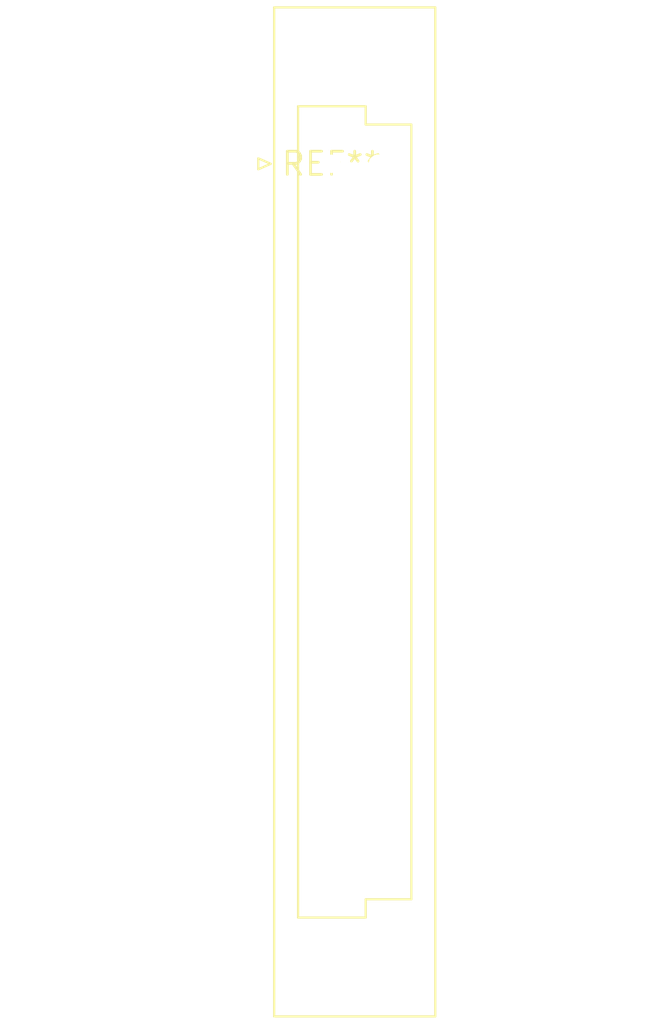
<source format=kicad_pcb>
(kicad_pcb (version 20240108) (generator pcbnew)
  (layers (0 "F.Cu" signal) (31 "B.Cu" signal) (34 "B.Paste" user) (35 "F.Paste" user) (36 "B.SilkS" user "B.Silkscreen") (37 "F.SilkS" user "F.Silkscreen") (38 "B.Mask" user) (39 "F.Mask" user) (44 "Edge.Cuts" user))
  (net 0 "")
  (footprint "DIN41612_Q2_2x16_Male_Vertical_THT" (layer "F.Cu") (at 0 0)
    (property "Reference" "REF**")
    (property "Value" "DIN41612_Q2_2x16_Male_Vertical_THT")
    (fp_line (start -4.01 -0.3) (end -4.01 0.3) (layer "F.SilkS") (stroke (width 0.12)))
    (fp_line (start -4.01 0.3) (end -3.33 0) (layer "F.SilkS") (stroke (width 0.12)))
    (fp_line (start -3.33 0) (end -4.01 -0.3) (layer "F.SilkS") (stroke (width 0.12)))
    (fp_line (start -3.14 -8.56) (end 5.68 -8.56) (layer "F.SilkS") (stroke (width 0.12)))
    (fp_line (start -3.14 46.66) (end -3.14 -8.56) (layer "F.SilkS") (stroke (width 0.12)))
    (fp_line (start -1.83 -3.15) (end 1.87 -3.15) (layer "F.SilkS") (stroke (width 0.12)))
    (fp_line (start -1.83 41.25) (end -1.83 -3.15) (layer "F.SilkS") (stroke (width 0.12)))
    (fp_line (start 1.87 -3.15) (end 1.87 -2.15) (layer "F.SilkS") (stroke (width 0.12)))
    (fp_line (start 1.87 -2.15) (end 4.37 -2.15) (layer "F.SilkS") (stroke (width 0.12)))
    (fp_line (start 1.87 40.25) (end 1.87 41.25) (layer "F.SilkS") (stroke (width 0.12)))
    (fp_line (start 1.87 41.25) (end -1.83 41.25) (layer "F.SilkS") (stroke (width 0.12)))
    (fp_line (start 4.37 -2.15) (end 4.37 40.25) (layer "F.SilkS") (stroke (width 0.12)))
    (fp_line (start 4.37 40.25) (end 1.87 40.25) (layer "F.SilkS") (stroke (width 0.12)))
    (fp_line (start 5.68 -8.56) (end 5.68 46.66) (layer "F.SilkS") (stroke (width 0.12)))
    (fp_line (start 5.68 46.66) (end -3.14 46.66) (layer "F.SilkS") (stroke (width 0.12)))
    (pad "" np_thru_hole circle (at 2.24 -5.95) (size 2.85 2.85) (drill 2.85) (layers *.Cu *.Mask))
    (pad "" np_thru_hole circle (at 2.24 44.05) (size 2.85 2.85) (drill 2.85) (layers *.Cu *.Mask))
    (pad "a1" thru_hole roundrect (at 0 0) (size 1.55 1.55) (drill 1) (layers *.Cu *.Mask) (remove_unused_layers) (roundrect_rratio 0.16129))
    (pad "a2" thru_hole circle (at 0 2.54) (size 1.55 1.55) (drill 1) (layers *.Cu *.Mask) (remove_unused_layers))
    (pad "a3" thru_hole circle (at 0 5.08) (size 1.55 1.55) (drill 1) (layers *.Cu *.Mask) (remove_unused_layers))
    (pad "a4" thru_hole circle (at 0 7.62) (size 1.55 1.55) (drill 1) (layers *.Cu *.Mask) (remove_unused_layers))
    (pad "a5" thru_hole circle (at 0 10.16) (size 1.55 1.55) (drill 1) (layers *.Cu *.Mask) (remove_unused_layers))
    (pad "a6" thru_hole circle (at 0 12.7) (size 1.55 1.55) (drill 1) (layers *.Cu *.Mask) (remove_unused_layers))
    (pad "a7" thru_hole circle (at 0 15.24) (size 1.55 1.55) (drill 1) (layers *.Cu *.Mask) (remove_unused_layers))
    (pad "a8" thru_hole circle (at 0 17.78) (size 1.55 1.55) (drill 1) (layers *.Cu *.Mask) (remove_unused_layers))
    (pad "a9" thru_hole circle (at 0 20.32) (size 1.55 1.55) (drill 1) (layers *.Cu *.Mask) (remove_unused_layers))
    (pad "a10" thru_hole circle (at 0 22.86) (size 1.55 1.55) (drill 1) (layers *.Cu *.Mask) (remove_unused_layers))
    (pad "a11" thru_hole circle (at 0 25.4) (size 1.55 1.55) (drill 1) (layers *.Cu *.Mask) (remove_unused_layers))
    (pad "a12" thru_hole circle (at 0 27.94) (size 1.55 1.55) (drill 1) (layers *.Cu *.Mask) (remove_unused_layers))
    (pad "a13" thru_hole circle (at 0 30.48) (size 1.55 1.55) (drill 1) (layers *.Cu *.Mask) (remove_unused_layers))
    (pad "a14" thru_hole circle (at 0 33.02) (size 1.55 1.55) (drill 1) (layers *.Cu *.Mask) (remove_unused_layers))
    (pad "a15" thru_hole circle (at 0 35.56) (size 1.55 1.55) (drill 1) (layers *.Cu *.Mask) (remove_unused_layers))
    (pad "a16" thru_hole circle (at 0 38.1) (size 1.55 1.55) (drill 1) (layers *.Cu *.Mask) (remove_unused_layers))
    (pad "b1" thru_hole circle (at 2.54 0) (size 1.55 1.55) (drill 1) (layers *.Cu *.Mask) (remove_unused_layers))
    (pad "b2" thru_hole circle (at 2.54 2.54) (size 1.55 1.55) (drill 1) (layers *.Cu *.Mask) (remove_unused_layers))
    (pad "b3" thru_hole circle (at 2.54 5.08) (size 1.55 1.55) (drill 1) (layers *.Cu *.Mask) (remove_unused_layers))
    (pad "b4" thru_hole circle (at 2.54 7.62) (size 1.55 1.55) (drill 1) (layers *.Cu *.Mask) (remove_unused_layers))
    (pad "b5" thru_hole circle (at 2.54 10.16) (size 1.55 1.55) (drill 1) (layers *.Cu *.Mask) (remove_unused_layers))
    (pad "b6" thru_hole circle (at 2.54 12.7) (size 1.55 1.55) (drill 1) (layers *.Cu *.Mask) (remove_unused_layers))
    (pad "b7" thru_hole circle (at 2.54 15.24) (size 1.55 1.55) (drill 1) (layers *.Cu *.Mask) (remove_unused_layers))
    (pad "b8" thru_hole circle (at 2.54 17.78) (size 1.55 1.55) (drill 1) (layers *.Cu *.Mask) (remove_unused_layers))
    (pad "b9" thru_hole circle (at 2.54 20.32) (size 1.55 1.55) (drill 1) (layers *.Cu *.Mask) (remove_unused_layers))
    (pad "b10" thru_hole circle (at 2.54 22.86) (size 1.55 1.55) (drill 1) (layers *.Cu *.Mask) (remove_unused_layers))
    (pad "b11" thru_hole circle (at 2.54 25.4) (size 1.55 1.55) (drill 1) (layers *.Cu *.Mask) (remove_unused_layers))
    (pad "b12" thru_hole circle (at 2.54 27.94) (size 1.55 1.55) (drill 1) (layers *.Cu *.Mask) (remove_unused_layers))
    (pad "b13" thru_hole circle (at 2.54 30.48) (size 1.55 1.55) (drill 1) (layers *.Cu *.Mask) (remove_unused_layers))
    (pad "b14" thru_hole circle (at 2.54 33.02) (size 1.55 1.55) (drill 1) (layers *.Cu *.Mask) (remove_unused_layers))
    (pad "b15" thru_hole circle (at 2.54 35.56) (size 1.55 1.55) (drill 1) (layers *.Cu *.Mask) (remove_unused_layers))
    (pad "b16" thru_hole circle (at 2.54 38.1) (size 1.55 1.55) (drill 1) (layers *.Cu *.Mask) (remove_unused_layers))
  )
)
</source>
